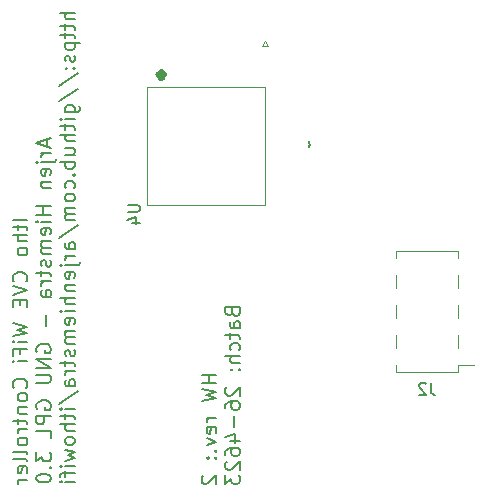
<source format=gbo>
G04 #@! TF.GenerationSoftware,KiCad,Pcbnew,7.0.7*
G04 #@! TF.CreationDate,2023-11-02T17:18:48+01:00*
G04 #@! TF.ProjectId,ithowifi_4l,6974686f-7769-4666-995f-346c2e6b6963,rev?*
G04 #@! TF.SameCoordinates,Original*
G04 #@! TF.FileFunction,Legend,Bot*
G04 #@! TF.FilePolarity,Positive*
%FSLAX46Y46*%
G04 Gerber Fmt 4.6, Leading zero omitted, Abs format (unit mm)*
G04 Created by KiCad (PCBNEW 7.0.7) date 2023-11-02 17:18:48*
%MOMM*%
%LPD*%
G01*
G04 APERTURE LIST*
%ADD10C,0.200000*%
%ADD11C,0.150000*%
%ADD12C,0.120000*%
%ADD13C,0.100000*%
%ADD14C,0.635000*%
G04 APERTURE END LIST*
D10*
X86951963Y-126225092D02*
X85705963Y-126225092D01*
X86121296Y-126640425D02*
X86121296Y-127115092D01*
X85705963Y-126818425D02*
X86773963Y-126818425D01*
X86773963Y-126818425D02*
X86892630Y-126877759D01*
X86892630Y-126877759D02*
X86951963Y-126996425D01*
X86951963Y-126996425D02*
X86951963Y-127115092D01*
X86951963Y-127530425D02*
X85705963Y-127530425D01*
X86951963Y-128064425D02*
X86299296Y-128064425D01*
X86299296Y-128064425D02*
X86180630Y-128005092D01*
X86180630Y-128005092D02*
X86121296Y-127886425D01*
X86121296Y-127886425D02*
X86121296Y-127708425D01*
X86121296Y-127708425D02*
X86180630Y-127589759D01*
X86180630Y-127589759D02*
X86239963Y-127530425D01*
X86951963Y-128835758D02*
X86892630Y-128717092D01*
X86892630Y-128717092D02*
X86833296Y-128657758D01*
X86833296Y-128657758D02*
X86714630Y-128598425D01*
X86714630Y-128598425D02*
X86358630Y-128598425D01*
X86358630Y-128598425D02*
X86239963Y-128657758D01*
X86239963Y-128657758D02*
X86180630Y-128717092D01*
X86180630Y-128717092D02*
X86121296Y-128835758D01*
X86121296Y-128835758D02*
X86121296Y-129013758D01*
X86121296Y-129013758D02*
X86180630Y-129132425D01*
X86180630Y-129132425D02*
X86239963Y-129191758D01*
X86239963Y-129191758D02*
X86358630Y-129251092D01*
X86358630Y-129251092D02*
X86714630Y-129251092D01*
X86714630Y-129251092D02*
X86833296Y-129191758D01*
X86833296Y-129191758D02*
X86892630Y-129132425D01*
X86892630Y-129132425D02*
X86951963Y-129013758D01*
X86951963Y-129013758D02*
X86951963Y-128835758D01*
X86833296Y-131446424D02*
X86892630Y-131387091D01*
X86892630Y-131387091D02*
X86951963Y-131209091D01*
X86951963Y-131209091D02*
X86951963Y-131090424D01*
X86951963Y-131090424D02*
X86892630Y-130912424D01*
X86892630Y-130912424D02*
X86773963Y-130793758D01*
X86773963Y-130793758D02*
X86655296Y-130734424D01*
X86655296Y-130734424D02*
X86417963Y-130675091D01*
X86417963Y-130675091D02*
X86239963Y-130675091D01*
X86239963Y-130675091D02*
X86002630Y-130734424D01*
X86002630Y-130734424D02*
X85883963Y-130793758D01*
X85883963Y-130793758D02*
X85765296Y-130912424D01*
X85765296Y-130912424D02*
X85705963Y-131090424D01*
X85705963Y-131090424D02*
X85705963Y-131209091D01*
X85705963Y-131209091D02*
X85765296Y-131387091D01*
X85765296Y-131387091D02*
X85824630Y-131446424D01*
X85705963Y-131802424D02*
X86951963Y-132217758D01*
X86951963Y-132217758D02*
X85705963Y-132633091D01*
X86299296Y-133048424D02*
X86299296Y-133463758D01*
X86951963Y-133641758D02*
X86951963Y-133048424D01*
X86951963Y-133048424D02*
X85705963Y-133048424D01*
X85705963Y-133048424D02*
X85705963Y-133641758D01*
X85705963Y-135006424D02*
X86951963Y-135303090D01*
X86951963Y-135303090D02*
X86061963Y-135540424D01*
X86061963Y-135540424D02*
X86951963Y-135777757D01*
X86951963Y-135777757D02*
X85705963Y-136074424D01*
X86951963Y-136549090D02*
X86121296Y-136549090D01*
X85705963Y-136549090D02*
X85765296Y-136489757D01*
X85765296Y-136489757D02*
X85824630Y-136549090D01*
X85824630Y-136549090D02*
X85765296Y-136608424D01*
X85765296Y-136608424D02*
X85705963Y-136549090D01*
X85705963Y-136549090D02*
X85824630Y-136549090D01*
X86299296Y-137557757D02*
X86299296Y-137142423D01*
X86951963Y-137142423D02*
X85705963Y-137142423D01*
X85705963Y-137142423D02*
X85705963Y-137735757D01*
X86951963Y-138210423D02*
X86121296Y-138210423D01*
X85705963Y-138210423D02*
X85765296Y-138151090D01*
X85765296Y-138151090D02*
X85824630Y-138210423D01*
X85824630Y-138210423D02*
X85765296Y-138269757D01*
X85765296Y-138269757D02*
X85705963Y-138210423D01*
X85705963Y-138210423D02*
X85824630Y-138210423D01*
X86833296Y-140465089D02*
X86892630Y-140405756D01*
X86892630Y-140405756D02*
X86951963Y-140227756D01*
X86951963Y-140227756D02*
X86951963Y-140109089D01*
X86951963Y-140109089D02*
X86892630Y-139931089D01*
X86892630Y-139931089D02*
X86773963Y-139812423D01*
X86773963Y-139812423D02*
X86655296Y-139753089D01*
X86655296Y-139753089D02*
X86417963Y-139693756D01*
X86417963Y-139693756D02*
X86239963Y-139693756D01*
X86239963Y-139693756D02*
X86002630Y-139753089D01*
X86002630Y-139753089D02*
X85883963Y-139812423D01*
X85883963Y-139812423D02*
X85765296Y-139931089D01*
X85765296Y-139931089D02*
X85705963Y-140109089D01*
X85705963Y-140109089D02*
X85705963Y-140227756D01*
X85705963Y-140227756D02*
X85765296Y-140405756D01*
X85765296Y-140405756D02*
X85824630Y-140465089D01*
X86951963Y-141177089D02*
X86892630Y-141058423D01*
X86892630Y-141058423D02*
X86833296Y-140999089D01*
X86833296Y-140999089D02*
X86714630Y-140939756D01*
X86714630Y-140939756D02*
X86358630Y-140939756D01*
X86358630Y-140939756D02*
X86239963Y-140999089D01*
X86239963Y-140999089D02*
X86180630Y-141058423D01*
X86180630Y-141058423D02*
X86121296Y-141177089D01*
X86121296Y-141177089D02*
X86121296Y-141355089D01*
X86121296Y-141355089D02*
X86180630Y-141473756D01*
X86180630Y-141473756D02*
X86239963Y-141533089D01*
X86239963Y-141533089D02*
X86358630Y-141592423D01*
X86358630Y-141592423D02*
X86714630Y-141592423D01*
X86714630Y-141592423D02*
X86833296Y-141533089D01*
X86833296Y-141533089D02*
X86892630Y-141473756D01*
X86892630Y-141473756D02*
X86951963Y-141355089D01*
X86951963Y-141355089D02*
X86951963Y-141177089D01*
X86121296Y-142126422D02*
X86951963Y-142126422D01*
X86239963Y-142126422D02*
X86180630Y-142185756D01*
X86180630Y-142185756D02*
X86121296Y-142304422D01*
X86121296Y-142304422D02*
X86121296Y-142482422D01*
X86121296Y-142482422D02*
X86180630Y-142601089D01*
X86180630Y-142601089D02*
X86299296Y-142660422D01*
X86299296Y-142660422D02*
X86951963Y-142660422D01*
X86121296Y-143075755D02*
X86121296Y-143550422D01*
X85705963Y-143253755D02*
X86773963Y-143253755D01*
X86773963Y-143253755D02*
X86892630Y-143313089D01*
X86892630Y-143313089D02*
X86951963Y-143431755D01*
X86951963Y-143431755D02*
X86951963Y-143550422D01*
X86951963Y-143965755D02*
X86121296Y-143965755D01*
X86358630Y-143965755D02*
X86239963Y-144025089D01*
X86239963Y-144025089D02*
X86180630Y-144084422D01*
X86180630Y-144084422D02*
X86121296Y-144203089D01*
X86121296Y-144203089D02*
X86121296Y-144321755D01*
X86951963Y-144915088D02*
X86892630Y-144796422D01*
X86892630Y-144796422D02*
X86833296Y-144737088D01*
X86833296Y-144737088D02*
X86714630Y-144677755D01*
X86714630Y-144677755D02*
X86358630Y-144677755D01*
X86358630Y-144677755D02*
X86239963Y-144737088D01*
X86239963Y-144737088D02*
X86180630Y-144796422D01*
X86180630Y-144796422D02*
X86121296Y-144915088D01*
X86121296Y-144915088D02*
X86121296Y-145093088D01*
X86121296Y-145093088D02*
X86180630Y-145211755D01*
X86180630Y-145211755D02*
X86239963Y-145271088D01*
X86239963Y-145271088D02*
X86358630Y-145330422D01*
X86358630Y-145330422D02*
X86714630Y-145330422D01*
X86714630Y-145330422D02*
X86833296Y-145271088D01*
X86833296Y-145271088D02*
X86892630Y-145211755D01*
X86892630Y-145211755D02*
X86951963Y-145093088D01*
X86951963Y-145093088D02*
X86951963Y-144915088D01*
X86951963Y-146042421D02*
X86892630Y-145923755D01*
X86892630Y-145923755D02*
X86773963Y-145864421D01*
X86773963Y-145864421D02*
X85705963Y-145864421D01*
X86951963Y-146695088D02*
X86892630Y-146576422D01*
X86892630Y-146576422D02*
X86773963Y-146517088D01*
X86773963Y-146517088D02*
X85705963Y-146517088D01*
X86892630Y-147644422D02*
X86951963Y-147525755D01*
X86951963Y-147525755D02*
X86951963Y-147288422D01*
X86951963Y-147288422D02*
X86892630Y-147169755D01*
X86892630Y-147169755D02*
X86773963Y-147110422D01*
X86773963Y-147110422D02*
X86299296Y-147110422D01*
X86299296Y-147110422D02*
X86180630Y-147169755D01*
X86180630Y-147169755D02*
X86121296Y-147288422D01*
X86121296Y-147288422D02*
X86121296Y-147525755D01*
X86121296Y-147525755D02*
X86180630Y-147644422D01*
X86180630Y-147644422D02*
X86299296Y-147703755D01*
X86299296Y-147703755D02*
X86417963Y-147703755D01*
X86417963Y-147703755D02*
X86536630Y-147110422D01*
X86951963Y-148237755D02*
X86121296Y-148237755D01*
X86358630Y-148237755D02*
X86239963Y-148297089D01*
X86239963Y-148297089D02*
X86180630Y-148356422D01*
X86180630Y-148356422D02*
X86121296Y-148475089D01*
X86121296Y-148475089D02*
X86121296Y-148593755D01*
X88602023Y-119461092D02*
X88602023Y-120054425D01*
X88958023Y-119342425D02*
X87712023Y-119757759D01*
X87712023Y-119757759D02*
X88958023Y-120173092D01*
X88958023Y-120588425D02*
X88127356Y-120588425D01*
X88364690Y-120588425D02*
X88246023Y-120647759D01*
X88246023Y-120647759D02*
X88186690Y-120707092D01*
X88186690Y-120707092D02*
X88127356Y-120825759D01*
X88127356Y-120825759D02*
X88127356Y-120944425D01*
X88127356Y-121359758D02*
X89195356Y-121359758D01*
X89195356Y-121359758D02*
X89314023Y-121300425D01*
X89314023Y-121300425D02*
X89373356Y-121181758D01*
X89373356Y-121181758D02*
X89373356Y-121122425D01*
X87712023Y-121359758D02*
X87771356Y-121300425D01*
X87771356Y-121300425D02*
X87830690Y-121359758D01*
X87830690Y-121359758D02*
X87771356Y-121419092D01*
X87771356Y-121419092D02*
X87712023Y-121359758D01*
X87712023Y-121359758D02*
X87830690Y-121359758D01*
X88898690Y-122427758D02*
X88958023Y-122309091D01*
X88958023Y-122309091D02*
X88958023Y-122071758D01*
X88958023Y-122071758D02*
X88898690Y-121953091D01*
X88898690Y-121953091D02*
X88780023Y-121893758D01*
X88780023Y-121893758D02*
X88305356Y-121893758D01*
X88305356Y-121893758D02*
X88186690Y-121953091D01*
X88186690Y-121953091D02*
X88127356Y-122071758D01*
X88127356Y-122071758D02*
X88127356Y-122309091D01*
X88127356Y-122309091D02*
X88186690Y-122427758D01*
X88186690Y-122427758D02*
X88305356Y-122487091D01*
X88305356Y-122487091D02*
X88424023Y-122487091D01*
X88424023Y-122487091D02*
X88542690Y-121893758D01*
X88127356Y-123021091D02*
X88958023Y-123021091D01*
X88246023Y-123021091D02*
X88186690Y-123080425D01*
X88186690Y-123080425D02*
X88127356Y-123199091D01*
X88127356Y-123199091D02*
X88127356Y-123377091D01*
X88127356Y-123377091D02*
X88186690Y-123495758D01*
X88186690Y-123495758D02*
X88305356Y-123555091D01*
X88305356Y-123555091D02*
X88958023Y-123555091D01*
X88958023Y-125097757D02*
X87712023Y-125097757D01*
X88305356Y-125097757D02*
X88305356Y-125809757D01*
X88958023Y-125809757D02*
X87712023Y-125809757D01*
X88958023Y-126403090D02*
X88127356Y-126403090D01*
X87712023Y-126403090D02*
X87771356Y-126343757D01*
X87771356Y-126343757D02*
X87830690Y-126403090D01*
X87830690Y-126403090D02*
X87771356Y-126462424D01*
X87771356Y-126462424D02*
X87712023Y-126403090D01*
X87712023Y-126403090D02*
X87830690Y-126403090D01*
X88898690Y-127471090D02*
X88958023Y-127352423D01*
X88958023Y-127352423D02*
X88958023Y-127115090D01*
X88958023Y-127115090D02*
X88898690Y-126996423D01*
X88898690Y-126996423D02*
X88780023Y-126937090D01*
X88780023Y-126937090D02*
X88305356Y-126937090D01*
X88305356Y-126937090D02*
X88186690Y-126996423D01*
X88186690Y-126996423D02*
X88127356Y-127115090D01*
X88127356Y-127115090D02*
X88127356Y-127352423D01*
X88127356Y-127352423D02*
X88186690Y-127471090D01*
X88186690Y-127471090D02*
X88305356Y-127530423D01*
X88305356Y-127530423D02*
X88424023Y-127530423D01*
X88424023Y-127530423D02*
X88542690Y-126937090D01*
X88958023Y-128064423D02*
X88127356Y-128064423D01*
X88246023Y-128064423D02*
X88186690Y-128123757D01*
X88186690Y-128123757D02*
X88127356Y-128242423D01*
X88127356Y-128242423D02*
X88127356Y-128420423D01*
X88127356Y-128420423D02*
X88186690Y-128539090D01*
X88186690Y-128539090D02*
X88305356Y-128598423D01*
X88305356Y-128598423D02*
X88958023Y-128598423D01*
X88305356Y-128598423D02*
X88186690Y-128657757D01*
X88186690Y-128657757D02*
X88127356Y-128776423D01*
X88127356Y-128776423D02*
X88127356Y-128954423D01*
X88127356Y-128954423D02*
X88186690Y-129073090D01*
X88186690Y-129073090D02*
X88305356Y-129132423D01*
X88305356Y-129132423D02*
X88958023Y-129132423D01*
X88898690Y-129666423D02*
X88958023Y-129785090D01*
X88958023Y-129785090D02*
X88958023Y-130022423D01*
X88958023Y-130022423D02*
X88898690Y-130141090D01*
X88898690Y-130141090D02*
X88780023Y-130200423D01*
X88780023Y-130200423D02*
X88720690Y-130200423D01*
X88720690Y-130200423D02*
X88602023Y-130141090D01*
X88602023Y-130141090D02*
X88542690Y-130022423D01*
X88542690Y-130022423D02*
X88542690Y-129844423D01*
X88542690Y-129844423D02*
X88483356Y-129725756D01*
X88483356Y-129725756D02*
X88364690Y-129666423D01*
X88364690Y-129666423D02*
X88305356Y-129666423D01*
X88305356Y-129666423D02*
X88186690Y-129725756D01*
X88186690Y-129725756D02*
X88127356Y-129844423D01*
X88127356Y-129844423D02*
X88127356Y-130022423D01*
X88127356Y-130022423D02*
X88186690Y-130141090D01*
X88127356Y-130556423D02*
X88127356Y-131031090D01*
X87712023Y-130734423D02*
X88780023Y-130734423D01*
X88780023Y-130734423D02*
X88898690Y-130793757D01*
X88898690Y-130793757D02*
X88958023Y-130912423D01*
X88958023Y-130912423D02*
X88958023Y-131031090D01*
X88958023Y-131446423D02*
X88127356Y-131446423D01*
X88364690Y-131446423D02*
X88246023Y-131505757D01*
X88246023Y-131505757D02*
X88186690Y-131565090D01*
X88186690Y-131565090D02*
X88127356Y-131683757D01*
X88127356Y-131683757D02*
X88127356Y-131802423D01*
X88958023Y-132751756D02*
X88305356Y-132751756D01*
X88305356Y-132751756D02*
X88186690Y-132692423D01*
X88186690Y-132692423D02*
X88127356Y-132573756D01*
X88127356Y-132573756D02*
X88127356Y-132336423D01*
X88127356Y-132336423D02*
X88186690Y-132217756D01*
X88898690Y-132751756D02*
X88958023Y-132633090D01*
X88958023Y-132633090D02*
X88958023Y-132336423D01*
X88958023Y-132336423D02*
X88898690Y-132217756D01*
X88898690Y-132217756D02*
X88780023Y-132158423D01*
X88780023Y-132158423D02*
X88661356Y-132158423D01*
X88661356Y-132158423D02*
X88542690Y-132217756D01*
X88542690Y-132217756D02*
X88483356Y-132336423D01*
X88483356Y-132336423D02*
X88483356Y-132633090D01*
X88483356Y-132633090D02*
X88424023Y-132751756D01*
X88483356Y-134294422D02*
X88483356Y-135243756D01*
X87771356Y-137439089D02*
X87712023Y-137320422D01*
X87712023Y-137320422D02*
X87712023Y-137142422D01*
X87712023Y-137142422D02*
X87771356Y-136964422D01*
X87771356Y-136964422D02*
X87890023Y-136845756D01*
X87890023Y-136845756D02*
X88008690Y-136786422D01*
X88008690Y-136786422D02*
X88246023Y-136727089D01*
X88246023Y-136727089D02*
X88424023Y-136727089D01*
X88424023Y-136727089D02*
X88661356Y-136786422D01*
X88661356Y-136786422D02*
X88780023Y-136845756D01*
X88780023Y-136845756D02*
X88898690Y-136964422D01*
X88898690Y-136964422D02*
X88958023Y-137142422D01*
X88958023Y-137142422D02*
X88958023Y-137261089D01*
X88958023Y-137261089D02*
X88898690Y-137439089D01*
X88898690Y-137439089D02*
X88839356Y-137498422D01*
X88839356Y-137498422D02*
X88424023Y-137498422D01*
X88424023Y-137498422D02*
X88424023Y-137261089D01*
X88958023Y-138032422D02*
X87712023Y-138032422D01*
X87712023Y-138032422D02*
X88958023Y-138744422D01*
X88958023Y-138744422D02*
X87712023Y-138744422D01*
X87712023Y-139337755D02*
X88720690Y-139337755D01*
X88720690Y-139337755D02*
X88839356Y-139397089D01*
X88839356Y-139397089D02*
X88898690Y-139456422D01*
X88898690Y-139456422D02*
X88958023Y-139575089D01*
X88958023Y-139575089D02*
X88958023Y-139812422D01*
X88958023Y-139812422D02*
X88898690Y-139931089D01*
X88898690Y-139931089D02*
X88839356Y-139990422D01*
X88839356Y-139990422D02*
X88720690Y-140049755D01*
X88720690Y-140049755D02*
X87712023Y-140049755D01*
X87771356Y-142245088D02*
X87712023Y-142126421D01*
X87712023Y-142126421D02*
X87712023Y-141948421D01*
X87712023Y-141948421D02*
X87771356Y-141770421D01*
X87771356Y-141770421D02*
X87890023Y-141651755D01*
X87890023Y-141651755D02*
X88008690Y-141592421D01*
X88008690Y-141592421D02*
X88246023Y-141533088D01*
X88246023Y-141533088D02*
X88424023Y-141533088D01*
X88424023Y-141533088D02*
X88661356Y-141592421D01*
X88661356Y-141592421D02*
X88780023Y-141651755D01*
X88780023Y-141651755D02*
X88898690Y-141770421D01*
X88898690Y-141770421D02*
X88958023Y-141948421D01*
X88958023Y-141948421D02*
X88958023Y-142067088D01*
X88958023Y-142067088D02*
X88898690Y-142245088D01*
X88898690Y-142245088D02*
X88839356Y-142304421D01*
X88839356Y-142304421D02*
X88424023Y-142304421D01*
X88424023Y-142304421D02*
X88424023Y-142067088D01*
X88958023Y-142838421D02*
X87712023Y-142838421D01*
X87712023Y-142838421D02*
X87712023Y-143313088D01*
X87712023Y-143313088D02*
X87771356Y-143431755D01*
X87771356Y-143431755D02*
X87830690Y-143491088D01*
X87830690Y-143491088D02*
X87949356Y-143550421D01*
X87949356Y-143550421D02*
X88127356Y-143550421D01*
X88127356Y-143550421D02*
X88246023Y-143491088D01*
X88246023Y-143491088D02*
X88305356Y-143431755D01*
X88305356Y-143431755D02*
X88364690Y-143313088D01*
X88364690Y-143313088D02*
X88364690Y-142838421D01*
X88958023Y-144677755D02*
X88958023Y-144084421D01*
X88958023Y-144084421D02*
X87712023Y-144084421D01*
X87712023Y-145923755D02*
X87712023Y-146695088D01*
X87712023Y-146695088D02*
X88186690Y-146279755D01*
X88186690Y-146279755D02*
X88186690Y-146457755D01*
X88186690Y-146457755D02*
X88246023Y-146576421D01*
X88246023Y-146576421D02*
X88305356Y-146635755D01*
X88305356Y-146635755D02*
X88424023Y-146695088D01*
X88424023Y-146695088D02*
X88720690Y-146695088D01*
X88720690Y-146695088D02*
X88839356Y-146635755D01*
X88839356Y-146635755D02*
X88898690Y-146576421D01*
X88898690Y-146576421D02*
X88958023Y-146457755D01*
X88958023Y-146457755D02*
X88958023Y-146101755D01*
X88958023Y-146101755D02*
X88898690Y-145983088D01*
X88898690Y-145983088D02*
X88839356Y-145923755D01*
X88839356Y-147229088D02*
X88898690Y-147288422D01*
X88898690Y-147288422D02*
X88958023Y-147229088D01*
X88958023Y-147229088D02*
X88898690Y-147169755D01*
X88898690Y-147169755D02*
X88839356Y-147229088D01*
X88839356Y-147229088D02*
X88958023Y-147229088D01*
X87712023Y-148059755D02*
X87712023Y-148178421D01*
X87712023Y-148178421D02*
X87771356Y-148297088D01*
X87771356Y-148297088D02*
X87830690Y-148356421D01*
X87830690Y-148356421D02*
X87949356Y-148415755D01*
X87949356Y-148415755D02*
X88186690Y-148475088D01*
X88186690Y-148475088D02*
X88483356Y-148475088D01*
X88483356Y-148475088D02*
X88720690Y-148415755D01*
X88720690Y-148415755D02*
X88839356Y-148356421D01*
X88839356Y-148356421D02*
X88898690Y-148297088D01*
X88898690Y-148297088D02*
X88958023Y-148178421D01*
X88958023Y-148178421D02*
X88958023Y-148059755D01*
X88958023Y-148059755D02*
X88898690Y-147941088D01*
X88898690Y-147941088D02*
X88839356Y-147881755D01*
X88839356Y-147881755D02*
X88720690Y-147822421D01*
X88720690Y-147822421D02*
X88483356Y-147763088D01*
X88483356Y-147763088D02*
X88186690Y-147763088D01*
X88186690Y-147763088D02*
X87949356Y-147822421D01*
X87949356Y-147822421D02*
X87830690Y-147881755D01*
X87830690Y-147881755D02*
X87771356Y-147941088D01*
X87771356Y-147941088D02*
X87712023Y-148059755D01*
X90964083Y-108721764D02*
X89718083Y-108721764D01*
X90964083Y-109255764D02*
X90311416Y-109255764D01*
X90311416Y-109255764D02*
X90192750Y-109196431D01*
X90192750Y-109196431D02*
X90133416Y-109077764D01*
X90133416Y-109077764D02*
X90133416Y-108899764D01*
X90133416Y-108899764D02*
X90192750Y-108781098D01*
X90192750Y-108781098D02*
X90252083Y-108721764D01*
X90133416Y-109671097D02*
X90133416Y-110145764D01*
X89718083Y-109849097D02*
X90786083Y-109849097D01*
X90786083Y-109849097D02*
X90904750Y-109908431D01*
X90904750Y-109908431D02*
X90964083Y-110027097D01*
X90964083Y-110027097D02*
X90964083Y-110145764D01*
X90133416Y-110383097D02*
X90133416Y-110857764D01*
X89718083Y-110561097D02*
X90786083Y-110561097D01*
X90786083Y-110561097D02*
X90904750Y-110620431D01*
X90904750Y-110620431D02*
X90964083Y-110739097D01*
X90964083Y-110739097D02*
X90964083Y-110857764D01*
X90133416Y-111273097D02*
X91379416Y-111273097D01*
X90192750Y-111273097D02*
X90133416Y-111391764D01*
X90133416Y-111391764D02*
X90133416Y-111629097D01*
X90133416Y-111629097D02*
X90192750Y-111747764D01*
X90192750Y-111747764D02*
X90252083Y-111807097D01*
X90252083Y-111807097D02*
X90370750Y-111866431D01*
X90370750Y-111866431D02*
X90726750Y-111866431D01*
X90726750Y-111866431D02*
X90845416Y-111807097D01*
X90845416Y-111807097D02*
X90904750Y-111747764D01*
X90904750Y-111747764D02*
X90964083Y-111629097D01*
X90964083Y-111629097D02*
X90964083Y-111391764D01*
X90964083Y-111391764D02*
X90904750Y-111273097D01*
X90904750Y-112341097D02*
X90964083Y-112459764D01*
X90964083Y-112459764D02*
X90964083Y-112697097D01*
X90964083Y-112697097D02*
X90904750Y-112815764D01*
X90904750Y-112815764D02*
X90786083Y-112875097D01*
X90786083Y-112875097D02*
X90726750Y-112875097D01*
X90726750Y-112875097D02*
X90608083Y-112815764D01*
X90608083Y-112815764D02*
X90548750Y-112697097D01*
X90548750Y-112697097D02*
X90548750Y-112519097D01*
X90548750Y-112519097D02*
X90489416Y-112400430D01*
X90489416Y-112400430D02*
X90370750Y-112341097D01*
X90370750Y-112341097D02*
X90311416Y-112341097D01*
X90311416Y-112341097D02*
X90192750Y-112400430D01*
X90192750Y-112400430D02*
X90133416Y-112519097D01*
X90133416Y-112519097D02*
X90133416Y-112697097D01*
X90133416Y-112697097D02*
X90192750Y-112815764D01*
X90845416Y-113409097D02*
X90904750Y-113468431D01*
X90904750Y-113468431D02*
X90964083Y-113409097D01*
X90964083Y-113409097D02*
X90904750Y-113349764D01*
X90904750Y-113349764D02*
X90845416Y-113409097D01*
X90845416Y-113409097D02*
X90964083Y-113409097D01*
X90192750Y-113409097D02*
X90252083Y-113468431D01*
X90252083Y-113468431D02*
X90311416Y-113409097D01*
X90311416Y-113409097D02*
X90252083Y-113349764D01*
X90252083Y-113349764D02*
X90192750Y-113409097D01*
X90192750Y-113409097D02*
X90311416Y-113409097D01*
X89658750Y-114892430D02*
X91260750Y-113824430D01*
X89658750Y-116197763D02*
X91260750Y-115129763D01*
X90133416Y-117147096D02*
X91142083Y-117147096D01*
X91142083Y-117147096D02*
X91260750Y-117087763D01*
X91260750Y-117087763D02*
X91320083Y-117028430D01*
X91320083Y-117028430D02*
X91379416Y-116909763D01*
X91379416Y-116909763D02*
X91379416Y-116731763D01*
X91379416Y-116731763D02*
X91320083Y-116613096D01*
X90904750Y-117147096D02*
X90964083Y-117028430D01*
X90964083Y-117028430D02*
X90964083Y-116791096D01*
X90964083Y-116791096D02*
X90904750Y-116672430D01*
X90904750Y-116672430D02*
X90845416Y-116613096D01*
X90845416Y-116613096D02*
X90726750Y-116553763D01*
X90726750Y-116553763D02*
X90370750Y-116553763D01*
X90370750Y-116553763D02*
X90252083Y-116613096D01*
X90252083Y-116613096D02*
X90192750Y-116672430D01*
X90192750Y-116672430D02*
X90133416Y-116791096D01*
X90133416Y-116791096D02*
X90133416Y-117028430D01*
X90133416Y-117028430D02*
X90192750Y-117147096D01*
X90964083Y-117740429D02*
X90133416Y-117740429D01*
X89718083Y-117740429D02*
X89777416Y-117681096D01*
X89777416Y-117681096D02*
X89836750Y-117740429D01*
X89836750Y-117740429D02*
X89777416Y-117799763D01*
X89777416Y-117799763D02*
X89718083Y-117740429D01*
X89718083Y-117740429D02*
X89836750Y-117740429D01*
X90133416Y-118155762D02*
X90133416Y-118630429D01*
X89718083Y-118333762D02*
X90786083Y-118333762D01*
X90786083Y-118333762D02*
X90904750Y-118393096D01*
X90904750Y-118393096D02*
X90964083Y-118511762D01*
X90964083Y-118511762D02*
X90964083Y-118630429D01*
X90964083Y-119045762D02*
X89718083Y-119045762D01*
X90964083Y-119579762D02*
X90311416Y-119579762D01*
X90311416Y-119579762D02*
X90192750Y-119520429D01*
X90192750Y-119520429D02*
X90133416Y-119401762D01*
X90133416Y-119401762D02*
X90133416Y-119223762D01*
X90133416Y-119223762D02*
X90192750Y-119105096D01*
X90192750Y-119105096D02*
X90252083Y-119045762D01*
X90133416Y-120707095D02*
X90964083Y-120707095D01*
X90133416Y-120173095D02*
X90786083Y-120173095D01*
X90786083Y-120173095D02*
X90904750Y-120232429D01*
X90904750Y-120232429D02*
X90964083Y-120351095D01*
X90964083Y-120351095D02*
X90964083Y-120529095D01*
X90964083Y-120529095D02*
X90904750Y-120647762D01*
X90904750Y-120647762D02*
X90845416Y-120707095D01*
X90964083Y-121300428D02*
X89718083Y-121300428D01*
X90192750Y-121300428D02*
X90133416Y-121419095D01*
X90133416Y-121419095D02*
X90133416Y-121656428D01*
X90133416Y-121656428D02*
X90192750Y-121775095D01*
X90192750Y-121775095D02*
X90252083Y-121834428D01*
X90252083Y-121834428D02*
X90370750Y-121893762D01*
X90370750Y-121893762D02*
X90726750Y-121893762D01*
X90726750Y-121893762D02*
X90845416Y-121834428D01*
X90845416Y-121834428D02*
X90904750Y-121775095D01*
X90904750Y-121775095D02*
X90964083Y-121656428D01*
X90964083Y-121656428D02*
X90964083Y-121419095D01*
X90964083Y-121419095D02*
X90904750Y-121300428D01*
X90845416Y-122427761D02*
X90904750Y-122487095D01*
X90904750Y-122487095D02*
X90964083Y-122427761D01*
X90964083Y-122427761D02*
X90904750Y-122368428D01*
X90904750Y-122368428D02*
X90845416Y-122427761D01*
X90845416Y-122427761D02*
X90964083Y-122427761D01*
X90904750Y-123555094D02*
X90964083Y-123436428D01*
X90964083Y-123436428D02*
X90964083Y-123199094D01*
X90964083Y-123199094D02*
X90904750Y-123080428D01*
X90904750Y-123080428D02*
X90845416Y-123021094D01*
X90845416Y-123021094D02*
X90726750Y-122961761D01*
X90726750Y-122961761D02*
X90370750Y-122961761D01*
X90370750Y-122961761D02*
X90252083Y-123021094D01*
X90252083Y-123021094D02*
X90192750Y-123080428D01*
X90192750Y-123080428D02*
X90133416Y-123199094D01*
X90133416Y-123199094D02*
X90133416Y-123436428D01*
X90133416Y-123436428D02*
X90192750Y-123555094D01*
X90964083Y-124267094D02*
X90904750Y-124148428D01*
X90904750Y-124148428D02*
X90845416Y-124089094D01*
X90845416Y-124089094D02*
X90726750Y-124029761D01*
X90726750Y-124029761D02*
X90370750Y-124029761D01*
X90370750Y-124029761D02*
X90252083Y-124089094D01*
X90252083Y-124089094D02*
X90192750Y-124148428D01*
X90192750Y-124148428D02*
X90133416Y-124267094D01*
X90133416Y-124267094D02*
X90133416Y-124445094D01*
X90133416Y-124445094D02*
X90192750Y-124563761D01*
X90192750Y-124563761D02*
X90252083Y-124623094D01*
X90252083Y-124623094D02*
X90370750Y-124682428D01*
X90370750Y-124682428D02*
X90726750Y-124682428D01*
X90726750Y-124682428D02*
X90845416Y-124623094D01*
X90845416Y-124623094D02*
X90904750Y-124563761D01*
X90904750Y-124563761D02*
X90964083Y-124445094D01*
X90964083Y-124445094D02*
X90964083Y-124267094D01*
X90964083Y-125216427D02*
X90133416Y-125216427D01*
X90252083Y-125216427D02*
X90192750Y-125275761D01*
X90192750Y-125275761D02*
X90133416Y-125394427D01*
X90133416Y-125394427D02*
X90133416Y-125572427D01*
X90133416Y-125572427D02*
X90192750Y-125691094D01*
X90192750Y-125691094D02*
X90311416Y-125750427D01*
X90311416Y-125750427D02*
X90964083Y-125750427D01*
X90311416Y-125750427D02*
X90192750Y-125809761D01*
X90192750Y-125809761D02*
X90133416Y-125928427D01*
X90133416Y-125928427D02*
X90133416Y-126106427D01*
X90133416Y-126106427D02*
X90192750Y-126225094D01*
X90192750Y-126225094D02*
X90311416Y-126284427D01*
X90311416Y-126284427D02*
X90964083Y-126284427D01*
X89658750Y-127767760D02*
X91260750Y-126699760D01*
X90964083Y-128717093D02*
X90311416Y-128717093D01*
X90311416Y-128717093D02*
X90192750Y-128657760D01*
X90192750Y-128657760D02*
X90133416Y-128539093D01*
X90133416Y-128539093D02*
X90133416Y-128301760D01*
X90133416Y-128301760D02*
X90192750Y-128183093D01*
X90904750Y-128717093D02*
X90964083Y-128598427D01*
X90964083Y-128598427D02*
X90964083Y-128301760D01*
X90964083Y-128301760D02*
X90904750Y-128183093D01*
X90904750Y-128183093D02*
X90786083Y-128123760D01*
X90786083Y-128123760D02*
X90667416Y-128123760D01*
X90667416Y-128123760D02*
X90548750Y-128183093D01*
X90548750Y-128183093D02*
X90489416Y-128301760D01*
X90489416Y-128301760D02*
X90489416Y-128598427D01*
X90489416Y-128598427D02*
X90430083Y-128717093D01*
X90964083Y-129310426D02*
X90133416Y-129310426D01*
X90370750Y-129310426D02*
X90252083Y-129369760D01*
X90252083Y-129369760D02*
X90192750Y-129429093D01*
X90192750Y-129429093D02*
X90133416Y-129547760D01*
X90133416Y-129547760D02*
X90133416Y-129666426D01*
X90133416Y-130081759D02*
X91201416Y-130081759D01*
X91201416Y-130081759D02*
X91320083Y-130022426D01*
X91320083Y-130022426D02*
X91379416Y-129903759D01*
X91379416Y-129903759D02*
X91379416Y-129844426D01*
X89718083Y-130081759D02*
X89777416Y-130022426D01*
X89777416Y-130022426D02*
X89836750Y-130081759D01*
X89836750Y-130081759D02*
X89777416Y-130141093D01*
X89777416Y-130141093D02*
X89718083Y-130081759D01*
X89718083Y-130081759D02*
X89836750Y-130081759D01*
X90904750Y-131149759D02*
X90964083Y-131031092D01*
X90964083Y-131031092D02*
X90964083Y-130793759D01*
X90964083Y-130793759D02*
X90904750Y-130675092D01*
X90904750Y-130675092D02*
X90786083Y-130615759D01*
X90786083Y-130615759D02*
X90311416Y-130615759D01*
X90311416Y-130615759D02*
X90192750Y-130675092D01*
X90192750Y-130675092D02*
X90133416Y-130793759D01*
X90133416Y-130793759D02*
X90133416Y-131031092D01*
X90133416Y-131031092D02*
X90192750Y-131149759D01*
X90192750Y-131149759D02*
X90311416Y-131209092D01*
X90311416Y-131209092D02*
X90430083Y-131209092D01*
X90430083Y-131209092D02*
X90548750Y-130615759D01*
X90133416Y-131743092D02*
X90964083Y-131743092D01*
X90252083Y-131743092D02*
X90192750Y-131802426D01*
X90192750Y-131802426D02*
X90133416Y-131921092D01*
X90133416Y-131921092D02*
X90133416Y-132099092D01*
X90133416Y-132099092D02*
X90192750Y-132217759D01*
X90192750Y-132217759D02*
X90311416Y-132277092D01*
X90311416Y-132277092D02*
X90964083Y-132277092D01*
X90964083Y-132870425D02*
X89718083Y-132870425D01*
X90964083Y-133404425D02*
X90311416Y-133404425D01*
X90311416Y-133404425D02*
X90192750Y-133345092D01*
X90192750Y-133345092D02*
X90133416Y-133226425D01*
X90133416Y-133226425D02*
X90133416Y-133048425D01*
X90133416Y-133048425D02*
X90192750Y-132929759D01*
X90192750Y-132929759D02*
X90252083Y-132870425D01*
X90964083Y-133997758D02*
X90133416Y-133997758D01*
X89718083Y-133997758D02*
X89777416Y-133938425D01*
X89777416Y-133938425D02*
X89836750Y-133997758D01*
X89836750Y-133997758D02*
X89777416Y-134057092D01*
X89777416Y-134057092D02*
X89718083Y-133997758D01*
X89718083Y-133997758D02*
X89836750Y-133997758D01*
X90904750Y-135065758D02*
X90964083Y-134947091D01*
X90964083Y-134947091D02*
X90964083Y-134709758D01*
X90964083Y-134709758D02*
X90904750Y-134591091D01*
X90904750Y-134591091D02*
X90786083Y-134531758D01*
X90786083Y-134531758D02*
X90311416Y-134531758D01*
X90311416Y-134531758D02*
X90192750Y-134591091D01*
X90192750Y-134591091D02*
X90133416Y-134709758D01*
X90133416Y-134709758D02*
X90133416Y-134947091D01*
X90133416Y-134947091D02*
X90192750Y-135065758D01*
X90192750Y-135065758D02*
X90311416Y-135125091D01*
X90311416Y-135125091D02*
X90430083Y-135125091D01*
X90430083Y-135125091D02*
X90548750Y-134531758D01*
X90964083Y-135659091D02*
X90133416Y-135659091D01*
X90252083Y-135659091D02*
X90192750Y-135718425D01*
X90192750Y-135718425D02*
X90133416Y-135837091D01*
X90133416Y-135837091D02*
X90133416Y-136015091D01*
X90133416Y-136015091D02*
X90192750Y-136133758D01*
X90192750Y-136133758D02*
X90311416Y-136193091D01*
X90311416Y-136193091D02*
X90964083Y-136193091D01*
X90311416Y-136193091D02*
X90192750Y-136252425D01*
X90192750Y-136252425D02*
X90133416Y-136371091D01*
X90133416Y-136371091D02*
X90133416Y-136549091D01*
X90133416Y-136549091D02*
X90192750Y-136667758D01*
X90192750Y-136667758D02*
X90311416Y-136727091D01*
X90311416Y-136727091D02*
X90964083Y-136727091D01*
X90904750Y-137261091D02*
X90964083Y-137379758D01*
X90964083Y-137379758D02*
X90964083Y-137617091D01*
X90964083Y-137617091D02*
X90904750Y-137735758D01*
X90904750Y-137735758D02*
X90786083Y-137795091D01*
X90786083Y-137795091D02*
X90726750Y-137795091D01*
X90726750Y-137795091D02*
X90608083Y-137735758D01*
X90608083Y-137735758D02*
X90548750Y-137617091D01*
X90548750Y-137617091D02*
X90548750Y-137439091D01*
X90548750Y-137439091D02*
X90489416Y-137320424D01*
X90489416Y-137320424D02*
X90370750Y-137261091D01*
X90370750Y-137261091D02*
X90311416Y-137261091D01*
X90311416Y-137261091D02*
X90192750Y-137320424D01*
X90192750Y-137320424D02*
X90133416Y-137439091D01*
X90133416Y-137439091D02*
X90133416Y-137617091D01*
X90133416Y-137617091D02*
X90192750Y-137735758D01*
X90133416Y-138151091D02*
X90133416Y-138625758D01*
X89718083Y-138329091D02*
X90786083Y-138329091D01*
X90786083Y-138329091D02*
X90904750Y-138388425D01*
X90904750Y-138388425D02*
X90964083Y-138507091D01*
X90964083Y-138507091D02*
X90964083Y-138625758D01*
X90964083Y-139041091D02*
X90133416Y-139041091D01*
X90370750Y-139041091D02*
X90252083Y-139100425D01*
X90252083Y-139100425D02*
X90192750Y-139159758D01*
X90192750Y-139159758D02*
X90133416Y-139278425D01*
X90133416Y-139278425D02*
X90133416Y-139397091D01*
X90964083Y-140346424D02*
X90311416Y-140346424D01*
X90311416Y-140346424D02*
X90192750Y-140287091D01*
X90192750Y-140287091D02*
X90133416Y-140168424D01*
X90133416Y-140168424D02*
X90133416Y-139931091D01*
X90133416Y-139931091D02*
X90192750Y-139812424D01*
X90904750Y-140346424D02*
X90964083Y-140227758D01*
X90964083Y-140227758D02*
X90964083Y-139931091D01*
X90964083Y-139931091D02*
X90904750Y-139812424D01*
X90904750Y-139812424D02*
X90786083Y-139753091D01*
X90786083Y-139753091D02*
X90667416Y-139753091D01*
X90667416Y-139753091D02*
X90548750Y-139812424D01*
X90548750Y-139812424D02*
X90489416Y-139931091D01*
X90489416Y-139931091D02*
X90489416Y-140227758D01*
X90489416Y-140227758D02*
X90430083Y-140346424D01*
X89658750Y-141829757D02*
X91260750Y-140761757D01*
X90964083Y-142245090D02*
X90133416Y-142245090D01*
X89718083Y-142245090D02*
X89777416Y-142185757D01*
X89777416Y-142185757D02*
X89836750Y-142245090D01*
X89836750Y-142245090D02*
X89777416Y-142304424D01*
X89777416Y-142304424D02*
X89718083Y-142245090D01*
X89718083Y-142245090D02*
X89836750Y-142245090D01*
X90133416Y-142660423D02*
X90133416Y-143135090D01*
X89718083Y-142838423D02*
X90786083Y-142838423D01*
X90786083Y-142838423D02*
X90904750Y-142897757D01*
X90904750Y-142897757D02*
X90964083Y-143016423D01*
X90964083Y-143016423D02*
X90964083Y-143135090D01*
X90964083Y-143550423D02*
X89718083Y-143550423D01*
X90964083Y-144084423D02*
X90311416Y-144084423D01*
X90311416Y-144084423D02*
X90192750Y-144025090D01*
X90192750Y-144025090D02*
X90133416Y-143906423D01*
X90133416Y-143906423D02*
X90133416Y-143728423D01*
X90133416Y-143728423D02*
X90192750Y-143609757D01*
X90192750Y-143609757D02*
X90252083Y-143550423D01*
X90964083Y-144855756D02*
X90904750Y-144737090D01*
X90904750Y-144737090D02*
X90845416Y-144677756D01*
X90845416Y-144677756D02*
X90726750Y-144618423D01*
X90726750Y-144618423D02*
X90370750Y-144618423D01*
X90370750Y-144618423D02*
X90252083Y-144677756D01*
X90252083Y-144677756D02*
X90192750Y-144737090D01*
X90192750Y-144737090D02*
X90133416Y-144855756D01*
X90133416Y-144855756D02*
X90133416Y-145033756D01*
X90133416Y-145033756D02*
X90192750Y-145152423D01*
X90192750Y-145152423D02*
X90252083Y-145211756D01*
X90252083Y-145211756D02*
X90370750Y-145271090D01*
X90370750Y-145271090D02*
X90726750Y-145271090D01*
X90726750Y-145271090D02*
X90845416Y-145211756D01*
X90845416Y-145211756D02*
X90904750Y-145152423D01*
X90904750Y-145152423D02*
X90964083Y-145033756D01*
X90964083Y-145033756D02*
X90964083Y-144855756D01*
X90133416Y-145686423D02*
X90964083Y-145923756D01*
X90964083Y-145923756D02*
X90370750Y-146161089D01*
X90370750Y-146161089D02*
X90964083Y-146398423D01*
X90964083Y-146398423D02*
X90133416Y-146635756D01*
X90964083Y-147110422D02*
X90133416Y-147110422D01*
X89718083Y-147110422D02*
X89777416Y-147051089D01*
X89777416Y-147051089D02*
X89836750Y-147110422D01*
X89836750Y-147110422D02*
X89777416Y-147169756D01*
X89777416Y-147169756D02*
X89718083Y-147110422D01*
X89718083Y-147110422D02*
X89836750Y-147110422D01*
X90133416Y-147525755D02*
X90133416Y-148000422D01*
X90964083Y-147703755D02*
X89896083Y-147703755D01*
X89896083Y-147703755D02*
X89777416Y-147763089D01*
X89777416Y-147763089D02*
X89718083Y-147881755D01*
X89718083Y-147881755D02*
X89718083Y-148000422D01*
X90964083Y-148415755D02*
X90133416Y-148415755D01*
X89718083Y-148415755D02*
X89777416Y-148356422D01*
X89777416Y-148356422D02*
X89836750Y-148415755D01*
X89836750Y-148415755D02*
X89777416Y-148475089D01*
X89777416Y-148475089D02*
X89718083Y-148415755D01*
X89718083Y-148415755D02*
X89836750Y-148415755D01*
X102940993Y-139346090D02*
X101694993Y-139346090D01*
X102288326Y-139346090D02*
X102288326Y-140058090D01*
X102940993Y-140058090D02*
X101694993Y-140058090D01*
X101694993Y-140532757D02*
X102940993Y-140829423D01*
X102940993Y-140829423D02*
X102050993Y-141066757D01*
X102050993Y-141066757D02*
X102940993Y-141304090D01*
X102940993Y-141304090D02*
X101694993Y-141600757D01*
X102940993Y-143024756D02*
X102110326Y-143024756D01*
X102347660Y-143024756D02*
X102228993Y-143084090D01*
X102228993Y-143084090D02*
X102169660Y-143143423D01*
X102169660Y-143143423D02*
X102110326Y-143262090D01*
X102110326Y-143262090D02*
X102110326Y-143380756D01*
X102881660Y-144270756D02*
X102940993Y-144152089D01*
X102940993Y-144152089D02*
X102940993Y-143914756D01*
X102940993Y-143914756D02*
X102881660Y-143796089D01*
X102881660Y-143796089D02*
X102762993Y-143736756D01*
X102762993Y-143736756D02*
X102288326Y-143736756D01*
X102288326Y-143736756D02*
X102169660Y-143796089D01*
X102169660Y-143796089D02*
X102110326Y-143914756D01*
X102110326Y-143914756D02*
X102110326Y-144152089D01*
X102110326Y-144152089D02*
X102169660Y-144270756D01*
X102169660Y-144270756D02*
X102288326Y-144330089D01*
X102288326Y-144330089D02*
X102406993Y-144330089D01*
X102406993Y-144330089D02*
X102525660Y-143736756D01*
X102110326Y-144745423D02*
X102940993Y-145042089D01*
X102940993Y-145042089D02*
X102110326Y-145338756D01*
X102822326Y-145813422D02*
X102881660Y-145872756D01*
X102881660Y-145872756D02*
X102940993Y-145813422D01*
X102940993Y-145813422D02*
X102881660Y-145754089D01*
X102881660Y-145754089D02*
X102822326Y-145813422D01*
X102822326Y-145813422D02*
X102940993Y-145813422D01*
X102822326Y-146406755D02*
X102881660Y-146466089D01*
X102881660Y-146466089D02*
X102940993Y-146406755D01*
X102940993Y-146406755D02*
X102881660Y-146347422D01*
X102881660Y-146347422D02*
X102822326Y-146406755D01*
X102822326Y-146406755D02*
X102940993Y-146406755D01*
X102169660Y-146406755D02*
X102228993Y-146466089D01*
X102228993Y-146466089D02*
X102288326Y-146406755D01*
X102288326Y-146406755D02*
X102228993Y-146347422D01*
X102228993Y-146347422D02*
X102169660Y-146406755D01*
X102169660Y-146406755D02*
X102288326Y-146406755D01*
X101813660Y-147890088D02*
X101754326Y-147949421D01*
X101754326Y-147949421D02*
X101694993Y-148068088D01*
X101694993Y-148068088D02*
X101694993Y-148364755D01*
X101694993Y-148364755D02*
X101754326Y-148483421D01*
X101754326Y-148483421D02*
X101813660Y-148542755D01*
X101813660Y-148542755D02*
X101932326Y-148602088D01*
X101932326Y-148602088D02*
X102050993Y-148602088D01*
X102050993Y-148602088D02*
X102228993Y-148542755D01*
X102228993Y-148542755D02*
X102940993Y-147830755D01*
X102940993Y-147830755D02*
X102940993Y-148602088D01*
X104294386Y-134065421D02*
X104353720Y-134243421D01*
X104353720Y-134243421D02*
X104413053Y-134302754D01*
X104413053Y-134302754D02*
X104531720Y-134362087D01*
X104531720Y-134362087D02*
X104709720Y-134362087D01*
X104709720Y-134362087D02*
X104828386Y-134302754D01*
X104828386Y-134302754D02*
X104887720Y-134243421D01*
X104887720Y-134243421D02*
X104947053Y-134124754D01*
X104947053Y-134124754D02*
X104947053Y-133650087D01*
X104947053Y-133650087D02*
X103701053Y-133650087D01*
X103701053Y-133650087D02*
X103701053Y-134065421D01*
X103701053Y-134065421D02*
X103760386Y-134184087D01*
X103760386Y-134184087D02*
X103819720Y-134243421D01*
X103819720Y-134243421D02*
X103938386Y-134302754D01*
X103938386Y-134302754D02*
X104057053Y-134302754D01*
X104057053Y-134302754D02*
X104175720Y-134243421D01*
X104175720Y-134243421D02*
X104235053Y-134184087D01*
X104235053Y-134184087D02*
X104294386Y-134065421D01*
X104294386Y-134065421D02*
X104294386Y-133650087D01*
X104947053Y-135430087D02*
X104294386Y-135430087D01*
X104294386Y-135430087D02*
X104175720Y-135370754D01*
X104175720Y-135370754D02*
X104116386Y-135252087D01*
X104116386Y-135252087D02*
X104116386Y-135014754D01*
X104116386Y-135014754D02*
X104175720Y-134896087D01*
X104887720Y-135430087D02*
X104947053Y-135311421D01*
X104947053Y-135311421D02*
X104947053Y-135014754D01*
X104947053Y-135014754D02*
X104887720Y-134896087D01*
X104887720Y-134896087D02*
X104769053Y-134836754D01*
X104769053Y-134836754D02*
X104650386Y-134836754D01*
X104650386Y-134836754D02*
X104531720Y-134896087D01*
X104531720Y-134896087D02*
X104472386Y-135014754D01*
X104472386Y-135014754D02*
X104472386Y-135311421D01*
X104472386Y-135311421D02*
X104413053Y-135430087D01*
X104116386Y-135845420D02*
X104116386Y-136320087D01*
X103701053Y-136023420D02*
X104769053Y-136023420D01*
X104769053Y-136023420D02*
X104887720Y-136082754D01*
X104887720Y-136082754D02*
X104947053Y-136201420D01*
X104947053Y-136201420D02*
X104947053Y-136320087D01*
X104887720Y-137269420D02*
X104947053Y-137150754D01*
X104947053Y-137150754D02*
X104947053Y-136913420D01*
X104947053Y-136913420D02*
X104887720Y-136794754D01*
X104887720Y-136794754D02*
X104828386Y-136735420D01*
X104828386Y-136735420D02*
X104709720Y-136676087D01*
X104709720Y-136676087D02*
X104353720Y-136676087D01*
X104353720Y-136676087D02*
X104235053Y-136735420D01*
X104235053Y-136735420D02*
X104175720Y-136794754D01*
X104175720Y-136794754D02*
X104116386Y-136913420D01*
X104116386Y-136913420D02*
X104116386Y-137150754D01*
X104116386Y-137150754D02*
X104175720Y-137269420D01*
X104947053Y-137803420D02*
X103701053Y-137803420D01*
X104947053Y-138337420D02*
X104294386Y-138337420D01*
X104294386Y-138337420D02*
X104175720Y-138278087D01*
X104175720Y-138278087D02*
X104116386Y-138159420D01*
X104116386Y-138159420D02*
X104116386Y-137981420D01*
X104116386Y-137981420D02*
X104175720Y-137862754D01*
X104175720Y-137862754D02*
X104235053Y-137803420D01*
X104828386Y-138930753D02*
X104887720Y-138990087D01*
X104887720Y-138990087D02*
X104947053Y-138930753D01*
X104947053Y-138930753D02*
X104887720Y-138871420D01*
X104887720Y-138871420D02*
X104828386Y-138930753D01*
X104828386Y-138930753D02*
X104947053Y-138930753D01*
X104175720Y-138930753D02*
X104235053Y-138990087D01*
X104235053Y-138990087D02*
X104294386Y-138930753D01*
X104294386Y-138930753D02*
X104235053Y-138871420D01*
X104235053Y-138871420D02*
X104175720Y-138930753D01*
X104175720Y-138930753D02*
X104294386Y-138930753D01*
X103819720Y-140414086D02*
X103760386Y-140473419D01*
X103760386Y-140473419D02*
X103701053Y-140592086D01*
X103701053Y-140592086D02*
X103701053Y-140888753D01*
X103701053Y-140888753D02*
X103760386Y-141007419D01*
X103760386Y-141007419D02*
X103819720Y-141066753D01*
X103819720Y-141066753D02*
X103938386Y-141126086D01*
X103938386Y-141126086D02*
X104057053Y-141126086D01*
X104057053Y-141126086D02*
X104235053Y-141066753D01*
X104235053Y-141066753D02*
X104947053Y-140354753D01*
X104947053Y-140354753D02*
X104947053Y-141126086D01*
X103701053Y-142194086D02*
X103701053Y-141956753D01*
X103701053Y-141956753D02*
X103760386Y-141838086D01*
X103760386Y-141838086D02*
X103819720Y-141778753D01*
X103819720Y-141778753D02*
X103997720Y-141660086D01*
X103997720Y-141660086D02*
X104235053Y-141600753D01*
X104235053Y-141600753D02*
X104709720Y-141600753D01*
X104709720Y-141600753D02*
X104828386Y-141660086D01*
X104828386Y-141660086D02*
X104887720Y-141719420D01*
X104887720Y-141719420D02*
X104947053Y-141838086D01*
X104947053Y-141838086D02*
X104947053Y-142075420D01*
X104947053Y-142075420D02*
X104887720Y-142194086D01*
X104887720Y-142194086D02*
X104828386Y-142253420D01*
X104828386Y-142253420D02*
X104709720Y-142312753D01*
X104709720Y-142312753D02*
X104413053Y-142312753D01*
X104413053Y-142312753D02*
X104294386Y-142253420D01*
X104294386Y-142253420D02*
X104235053Y-142194086D01*
X104235053Y-142194086D02*
X104175720Y-142075420D01*
X104175720Y-142075420D02*
X104175720Y-141838086D01*
X104175720Y-141838086D02*
X104235053Y-141719420D01*
X104235053Y-141719420D02*
X104294386Y-141660086D01*
X104294386Y-141660086D02*
X104413053Y-141600753D01*
X104472386Y-142846753D02*
X104472386Y-143796087D01*
X104116386Y-144923420D02*
X104947053Y-144923420D01*
X103641720Y-144626754D02*
X104531720Y-144330087D01*
X104531720Y-144330087D02*
X104531720Y-145101420D01*
X103701053Y-146110087D02*
X103701053Y-145872754D01*
X103701053Y-145872754D02*
X103760386Y-145754087D01*
X103760386Y-145754087D02*
X103819720Y-145694754D01*
X103819720Y-145694754D02*
X103997720Y-145576087D01*
X103997720Y-145576087D02*
X104235053Y-145516754D01*
X104235053Y-145516754D02*
X104709720Y-145516754D01*
X104709720Y-145516754D02*
X104828386Y-145576087D01*
X104828386Y-145576087D02*
X104887720Y-145635421D01*
X104887720Y-145635421D02*
X104947053Y-145754087D01*
X104947053Y-145754087D02*
X104947053Y-145991421D01*
X104947053Y-145991421D02*
X104887720Y-146110087D01*
X104887720Y-146110087D02*
X104828386Y-146169421D01*
X104828386Y-146169421D02*
X104709720Y-146228754D01*
X104709720Y-146228754D02*
X104413053Y-146228754D01*
X104413053Y-146228754D02*
X104294386Y-146169421D01*
X104294386Y-146169421D02*
X104235053Y-146110087D01*
X104235053Y-146110087D02*
X104175720Y-145991421D01*
X104175720Y-145991421D02*
X104175720Y-145754087D01*
X104175720Y-145754087D02*
X104235053Y-145635421D01*
X104235053Y-145635421D02*
X104294386Y-145576087D01*
X104294386Y-145576087D02*
X104413053Y-145516754D01*
X103819720Y-146703421D02*
X103760386Y-146762754D01*
X103760386Y-146762754D02*
X103701053Y-146881421D01*
X103701053Y-146881421D02*
X103701053Y-147178088D01*
X103701053Y-147178088D02*
X103760386Y-147296754D01*
X103760386Y-147296754D02*
X103819720Y-147356088D01*
X103819720Y-147356088D02*
X103938386Y-147415421D01*
X103938386Y-147415421D02*
X104057053Y-147415421D01*
X104057053Y-147415421D02*
X104235053Y-147356088D01*
X104235053Y-147356088D02*
X104947053Y-146644088D01*
X104947053Y-146644088D02*
X104947053Y-147415421D01*
X103701053Y-147830755D02*
X103701053Y-148602088D01*
X103701053Y-148602088D02*
X104175720Y-148186755D01*
X104175720Y-148186755D02*
X104175720Y-148364755D01*
X104175720Y-148364755D02*
X104235053Y-148483421D01*
X104235053Y-148483421D02*
X104294386Y-148542755D01*
X104294386Y-148542755D02*
X104413053Y-148602088D01*
X104413053Y-148602088D02*
X104709720Y-148602088D01*
X104709720Y-148602088D02*
X104828386Y-148542755D01*
X104828386Y-148542755D02*
X104887720Y-148483421D01*
X104887720Y-148483421D02*
X104947053Y-148364755D01*
X104947053Y-148364755D02*
X104947053Y-148008755D01*
X104947053Y-148008755D02*
X104887720Y-147890088D01*
X104887720Y-147890088D02*
X104828386Y-147830755D01*
D11*
X121106833Y-140032319D02*
X121106833Y-140746604D01*
X121106833Y-140746604D02*
X121154452Y-140889461D01*
X121154452Y-140889461D02*
X121249690Y-140984700D01*
X121249690Y-140984700D02*
X121392547Y-141032319D01*
X121392547Y-141032319D02*
X121487785Y-141032319D01*
X120678261Y-140127557D02*
X120630642Y-140079938D01*
X120630642Y-140079938D02*
X120535404Y-140032319D01*
X120535404Y-140032319D02*
X120297309Y-140032319D01*
X120297309Y-140032319D02*
X120202071Y-140079938D01*
X120202071Y-140079938D02*
X120154452Y-140127557D01*
X120154452Y-140127557D02*
X120106833Y-140222795D01*
X120106833Y-140222795D02*
X120106833Y-140318033D01*
X120106833Y-140318033D02*
X120154452Y-140460890D01*
X120154452Y-140460890D02*
X120725880Y-141032319D01*
X120725880Y-141032319D02*
X120106833Y-141032319D01*
X95454819Y-124988095D02*
X96264342Y-124988095D01*
X96264342Y-124988095D02*
X96359580Y-125035714D01*
X96359580Y-125035714D02*
X96407200Y-125083333D01*
X96407200Y-125083333D02*
X96454819Y-125178571D01*
X96454819Y-125178571D02*
X96454819Y-125369047D01*
X96454819Y-125369047D02*
X96407200Y-125464285D01*
X96407200Y-125464285D02*
X96359580Y-125511904D01*
X96359580Y-125511904D02*
X96264342Y-125559523D01*
X96264342Y-125559523D02*
X95454819Y-125559523D01*
X95788152Y-126464285D02*
X96454819Y-126464285D01*
X95407200Y-126226190D02*
X96121485Y-125988095D01*
X96121485Y-125988095D02*
X96121485Y-126607142D01*
X110873866Y-119588095D02*
X110826247Y-119635714D01*
X110826247Y-119635714D02*
X110778628Y-119730952D01*
X110778628Y-119730952D02*
X110873866Y-119921428D01*
X110873866Y-119921428D02*
X110826247Y-120016666D01*
X110826247Y-120016666D02*
X110778628Y-120064285D01*
D12*
X118173500Y-128857500D02*
X123373500Y-128857500D01*
X118173500Y-129427500D02*
X118173500Y-128857500D01*
X118173500Y-131967500D02*
X118173500Y-130947500D01*
X118173500Y-134507500D02*
X118173500Y-133487500D01*
X118173500Y-137047500D02*
X118173500Y-136027500D01*
X118173500Y-139137500D02*
X118173500Y-138567500D01*
X118173500Y-139137500D02*
X123373500Y-139137500D01*
X123373500Y-129427500D02*
X123373500Y-128857500D01*
X123373500Y-131967500D02*
X123373500Y-130947500D01*
X123373500Y-134507500D02*
X123373500Y-133487500D01*
X123373500Y-137047500D02*
X123373500Y-136027500D01*
X123373500Y-138567500D02*
X124733500Y-138567500D01*
X123373500Y-139137500D02*
X123373500Y-138567500D01*
X106850000Y-111558400D02*
X107100000Y-111058400D01*
X107350000Y-111558400D02*
X106850000Y-111558400D01*
X107100000Y-111058400D02*
X107350000Y-111558400D01*
D13*
X107100000Y-114950000D02*
X97100000Y-114950000D01*
X107100000Y-114950000D02*
X107100000Y-124950000D01*
X97100000Y-114950000D02*
X97100000Y-124950000D01*
X107100000Y-124950000D02*
X97100000Y-124950000D01*
D14*
X98290000Y-114160609D02*
G75*
G03*
X98209676Y-114141647I0J179609D01*
G01*
M02*

</source>
